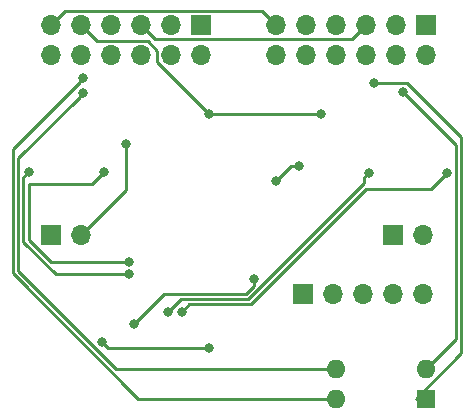
<source format=gbr>
G04 #@! TF.GenerationSoftware,KiCad,Pcbnew,5.1.4-e60b266~84~ubuntu19.04.1*
G04 #@! TF.CreationDate,2020-01-26T15:21:43+11:00*
G04 #@! TF.ProjectId,sid-board_ldo_supplies,7369642d-626f-4617-9264-5f6c646f5f73,rev?*
G04 #@! TF.SameCoordinates,Original*
G04 #@! TF.FileFunction,Copper,L2,Bot*
G04 #@! TF.FilePolarity,Positive*
%FSLAX46Y46*%
G04 Gerber Fmt 4.6, Leading zero omitted, Abs format (unit mm)*
G04 Created by KiCad (PCBNEW 5.1.4-e60b266~84~ubuntu19.04.1) date 2020-01-26 15:21:43*
%MOMM*%
%LPD*%
G04 APERTURE LIST*
%ADD10O,1.700000X1.700000*%
%ADD11R,1.700000X1.700000*%
%ADD12R,1.600000X1.600000*%
%ADD13O,1.600000X1.600000*%
%ADD14C,0.800000*%
%ADD15C,0.250000*%
G04 APERTURE END LIST*
D10*
X87630000Y-66802000D03*
X87630000Y-64262000D03*
X90170000Y-66802000D03*
X90170000Y-64262000D03*
X92710000Y-66802000D03*
X92710000Y-64262000D03*
X95250000Y-66802000D03*
X95250000Y-64262000D03*
X97790000Y-66802000D03*
X97790000Y-64262000D03*
X100330000Y-66802000D03*
D11*
X100330000Y-64262000D03*
D10*
X68580000Y-66802000D03*
X68580000Y-64262000D03*
X71120000Y-66802000D03*
X71120000Y-64262000D03*
X73660000Y-66802000D03*
X73660000Y-64262000D03*
X76200000Y-66802000D03*
X76200000Y-64262000D03*
X78740000Y-66802000D03*
X78740000Y-64262000D03*
X81280000Y-66802000D03*
D11*
X81280000Y-64262000D03*
D10*
X100076000Y-82042000D03*
D11*
X97536000Y-82042000D03*
D10*
X71120000Y-82042000D03*
D11*
X68580000Y-82042000D03*
D12*
X100330000Y-95885000D03*
D13*
X92710000Y-93345000D03*
X100330000Y-93345000D03*
X92710000Y-95885000D03*
D11*
X89916000Y-86995000D03*
D10*
X92456000Y-86995000D03*
X94996000Y-86995000D03*
X97536000Y-86995000D03*
X100076000Y-86995000D03*
D14*
X98361500Y-69913500D03*
X95913884Y-69186116D03*
X91440000Y-71755000D03*
X81915000Y-71755000D03*
X81915000Y-91567000D03*
X89535000Y-76200000D03*
X87630000Y-77470000D03*
X72889001Y-91101001D03*
X71300000Y-70030000D03*
X71300000Y-68760000D03*
X74930000Y-74295000D03*
X85725000Y-85725000D03*
X75565000Y-89535000D03*
X75184000Y-84328000D03*
X73025000Y-76708000D03*
X75184000Y-85344000D03*
X66675000Y-76708000D03*
X102102920Y-76761340D03*
X79629000Y-88519000D03*
X95498920Y-76761340D03*
X78486000Y-88519000D03*
D15*
X98761499Y-70313499D02*
X98361500Y-69913500D01*
X102827921Y-74379921D02*
X98761499Y-70313499D01*
X102827921Y-90847079D02*
X102827921Y-74379921D01*
X100330000Y-93345000D02*
X102827921Y-90847079D01*
X96479569Y-69186116D02*
X95913884Y-69186116D01*
X98707118Y-69186116D02*
X96479569Y-69186116D01*
X103277930Y-73756928D02*
X98707118Y-69186116D01*
X103277930Y-92062072D02*
X103277930Y-73756928D01*
X99455002Y-95885000D02*
X103277930Y-92062072D01*
X100330000Y-95885000D02*
X99455002Y-95885000D01*
X86780001Y-63412001D02*
X87630000Y-64262000D01*
X86454999Y-63086999D02*
X86780001Y-63412001D01*
X69755001Y-63086999D02*
X86454999Y-63086999D01*
X68580000Y-64262000D02*
X69755001Y-63086999D01*
X81515001Y-71355001D02*
X81915000Y-71755000D01*
X77564999Y-67404999D02*
X81515001Y-71355001D01*
X76764001Y-65626999D02*
X77564999Y-66427997D01*
X77564999Y-66427997D02*
X77564999Y-67404999D01*
X72484999Y-65626999D02*
X76764001Y-65626999D01*
X71120000Y-64262000D02*
X72484999Y-65626999D01*
X81915000Y-71755000D02*
X91440000Y-71755000D01*
X94074999Y-65437001D02*
X94400001Y-65111999D01*
X77375001Y-65437001D02*
X94074999Y-65437001D01*
X94400001Y-65111999D02*
X95250000Y-64262000D01*
X76200000Y-64262000D02*
X77375001Y-65437001D01*
X88900000Y-76200000D02*
X87630000Y-77470000D01*
X89535000Y-76200000D02*
X88900000Y-76200000D01*
X73355000Y-91567000D02*
X72889001Y-91101001D01*
X81915000Y-91567000D02*
X73355000Y-91567000D01*
X65774981Y-75555019D02*
X70900001Y-70429999D01*
X65774981Y-85059983D02*
X65774981Y-75555019D01*
X74059998Y-93345000D02*
X65774981Y-85059983D01*
X70900001Y-70429999D02*
X71300000Y-70030000D01*
X92710000Y-93345000D02*
X74059998Y-93345000D01*
X65324971Y-74735029D02*
X70900001Y-69159999D01*
X70900001Y-69159999D02*
X71300000Y-68760000D01*
X75963588Y-95885000D02*
X65324971Y-85246383D01*
X65324971Y-85246383D02*
X65324971Y-74735029D01*
X92710000Y-95885000D02*
X75963588Y-95885000D01*
X74930000Y-78232000D02*
X71120000Y-82042000D01*
X74930000Y-74295000D02*
X74930000Y-78232000D01*
X85725000Y-85725000D02*
X85725000Y-86360000D01*
X85725000Y-86360000D02*
X85090000Y-86995000D01*
X78105000Y-86995000D02*
X75565000Y-89535000D01*
X85090000Y-86995000D02*
X78105000Y-86995000D01*
X66675000Y-77724000D02*
X72009000Y-77724000D01*
X72009000Y-77724000D02*
X73025000Y-76708000D01*
X75184000Y-84328000D02*
X68580998Y-84328000D01*
X66675000Y-82422002D02*
X66675000Y-77724000D01*
X68580998Y-84328000D02*
X66675000Y-82422002D01*
X66224991Y-82608403D02*
X68960588Y-85344000D01*
X66675000Y-76708000D02*
X66224991Y-77158009D01*
X66224991Y-77158009D02*
X66224991Y-82608403D01*
X75184000Y-85344000D02*
X68960588Y-85344000D01*
X95252820Y-78105000D02*
X100759260Y-78105000D01*
X85462801Y-87895019D02*
X95252820Y-78105000D01*
X100759260Y-78105000D02*
X102102920Y-76761340D01*
X79629000Y-88519000D02*
X80252980Y-87895020D01*
X80252980Y-87895020D02*
X85462801Y-87895019D01*
X95098921Y-77622489D02*
X85276400Y-87445010D01*
X95498920Y-76761340D02*
X95098921Y-77161339D01*
X95098921Y-77161339D02*
X95098921Y-77622489D01*
X79559990Y-87445010D02*
X78486000Y-88519000D01*
X85276400Y-87445010D02*
X79559990Y-87445010D01*
M02*

</source>
